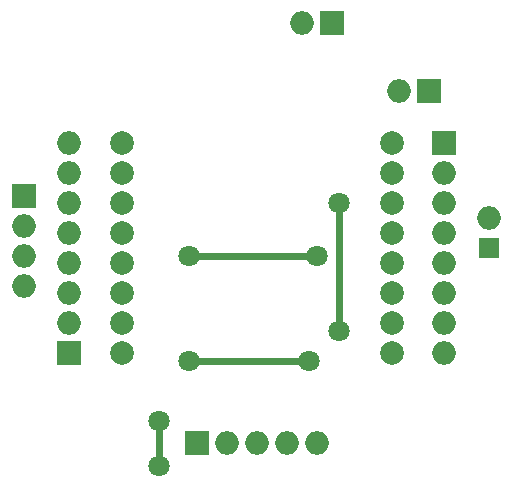
<source format=gbr>
G04 #@! TF.GenerationSoftware,KiCad,Pcbnew,(5.1.5)-3*
G04 #@! TF.CreationDate,2020-11-19T15:19:38-03:00*
G04 #@! TF.ProjectId,MainBoard_a,4d61696e-426f-4617-9264-5f612e6b6963,1*
G04 #@! TF.SameCoordinates,Original*
G04 #@! TF.FileFunction,Copper,L1,Top*
G04 #@! TF.FilePolarity,Positive*
%FSLAX46Y46*%
G04 Gerber Fmt 4.6, Leading zero omitted, Abs format (unit mm)*
G04 Created by KiCad (PCBNEW (5.1.5)-3) date 2020-11-19 15:19:38*
%MOMM*%
%LPD*%
G04 APERTURE LIST*
%ADD10C,1.800000*%
%ADD11R,2.000000X2.000000*%
%ADD12O,2.000000X2.000000*%
%ADD13R,1.700000X1.700000*%
%ADD14C,2.000000*%
%ADD15C,0.600000*%
G04 APERTURE END LIST*
D10*
X76200000Y-63500000D03*
X76200000Y-74295000D03*
X60960000Y-85725000D03*
X60960000Y-81915000D03*
X63500000Y-76835000D03*
X74295000Y-67945000D03*
X73660000Y-76835000D03*
D11*
X49530000Y-62865000D03*
D12*
X49530000Y-65405000D03*
X49530000Y-67945000D03*
X49530000Y-70485000D03*
X73025000Y-48260000D03*
D11*
X75565000Y-48260000D03*
D12*
X53340000Y-58420000D03*
X53340000Y-60960000D03*
X53340000Y-63500000D03*
X53340000Y-66040000D03*
X53340000Y-68580000D03*
X53340000Y-71120000D03*
X53340000Y-73660000D03*
D11*
X53340000Y-76200000D03*
D13*
X88900000Y-67310000D03*
D12*
X88900000Y-64770000D03*
D11*
X85090000Y-58420000D03*
D12*
X85090000Y-60960000D03*
X85090000Y-63500000D03*
X85090000Y-66040000D03*
X85090000Y-68580000D03*
X85090000Y-71120000D03*
X85090000Y-73660000D03*
X85090000Y-76200000D03*
D11*
X64135000Y-83820000D03*
D12*
X66675000Y-83820000D03*
X69215000Y-83820000D03*
X71755000Y-83820000D03*
X74295000Y-83820000D03*
D14*
X80645000Y-58420000D03*
X57785000Y-58420000D03*
X80645000Y-60960000D03*
X57785000Y-60960000D03*
X80645000Y-63500000D03*
X57785000Y-63500000D03*
X80645000Y-66040000D03*
X57785000Y-66040000D03*
X80645000Y-68580000D03*
X57785000Y-68580000D03*
X80645000Y-71120000D03*
X57785000Y-71120000D03*
X80645000Y-73660000D03*
X57785000Y-73660000D03*
X80645000Y-76200000D03*
X57785000Y-76200000D03*
D11*
X83820000Y-53975000D03*
D12*
X81280000Y-53975000D03*
D10*
X63500000Y-67945000D03*
D15*
X76200000Y-63500000D02*
X76200000Y-74295000D01*
X60960000Y-81915000D02*
X60960000Y-85725000D01*
X74295000Y-67945000D02*
X63500000Y-67945000D01*
X63500000Y-76835000D02*
X73660000Y-76835000D01*
M02*

</source>
